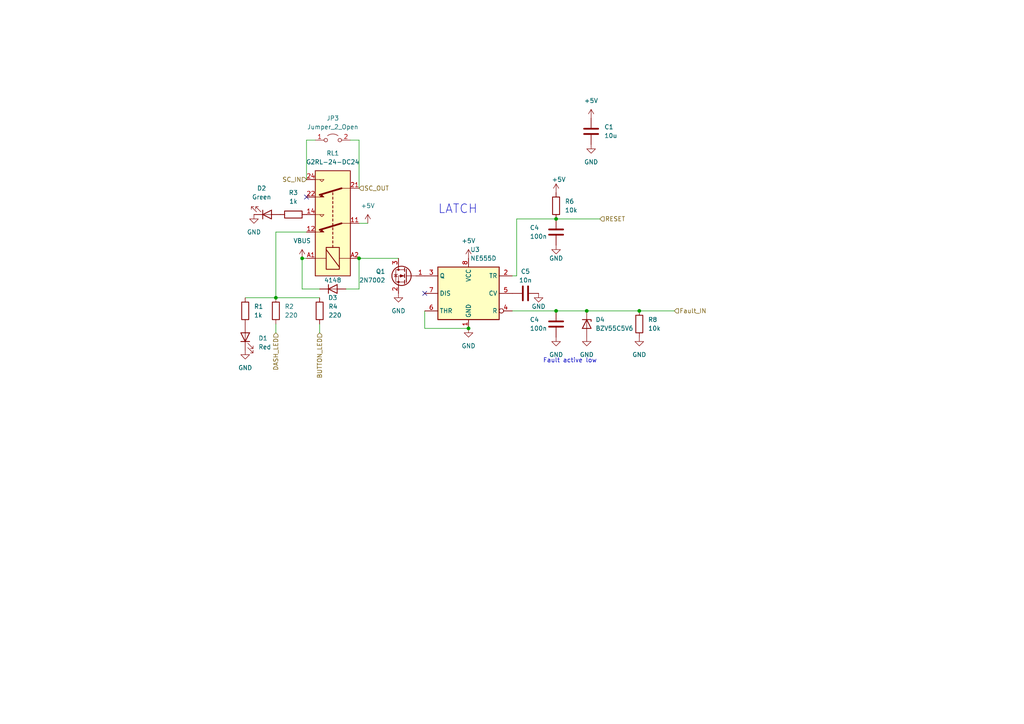
<source format=kicad_sch>
(kicad_sch (version 20231120) (generator "eeschema") (generator_version "8.0")
  (paper "A4")
  (lib_symbols
    (symbol "Device:C" (pin_numbers hide) (pin_names (offset 0.254))
      (property "Reference" "C" (at 0.635 2.54 0))
      (property "Value" "C" (at 0.635 -2.54 0))
      (symbol "C_0_1"
        (polyline (pts (xy -2.032 -0.762) (xy 2.032 -0.762)) (stroke (width 0.508)))
        (polyline (pts (xy -2.032 0.762) (xy 2.032 0.762)) (stroke (width 0.508)))
      )
      (symbol "C_1_1"
        (pin passive line (at 0 3.81 270) (length 2.794) (name "~") (number "1"))
        (pin passive line (at 0 -3.81 90) (length 2.794) (name "~") (number "2"))
      )
    )
    (symbol "Device:D" (pin_numbers hide) (pin_names (offset 1.016) hide)
      (property "Reference" "D" (at 0 2.54 0))
      (property "Value" "D" (at 0 -2.54 0))
      (symbol "D_0_1"
        (polyline (pts (xy -1.27 1.27) (xy -1.27 -1.27)) (stroke (width 0.254)))
        (polyline (pts (xy 1.27 0) (xy -1.27 0)))
        (polyline (pts (xy 1.27 1.27) (xy 1.27 -1.27) (xy -1.27 0) (xy 1.27 1.27)) (stroke (width 0.254)))
      )
      (symbol "D_1_1"
        (pin passive line (at -3.81 0 0) (length 2.54) (name "K") (number "1"))
        (pin passive line (at 3.81 0 180) (length 2.54) (name "A") (number "2"))
      )
    )
    (symbol "Device:LED" (pin_numbers hide) (pin_names (offset 1.016) hide)
      (property "Reference" "D" (at 0 2.54 0))
      (property "Value" "LED" (at 0 -2.54 0))
      (symbol "LED_0_1"
        (polyline (pts (xy -1.27 -1.27) (xy -1.27 1.27)) (stroke (width 0.254)))
        (polyline (pts (xy -1.27 0) (xy 1.27 0)))
        (polyline (pts (xy 1.27 -1.27) (xy 1.27 1.27) (xy -1.27 0) (xy 1.27 -1.27)) (stroke (width 0.254)))
        (polyline (pts (xy -3.048 -0.762) (xy -4.572 -2.286) (xy -3.81 -2.286) (xy -4.572 -2.286) (xy -4.572 -1.524)))
        (polyline (pts (xy -1.778 -0.762) (xy -3.302 -2.286) (xy -2.54 -2.286) (xy -3.302 -2.286) (xy -3.302 -1.524)))
      )
      (symbol "LED_1_1"
        (pin passive line (at -3.81 0 0) (length 2.54) (name "K") (number "1"))
        (pin passive line (at 3.81 0 180) (length 2.54) (name "A") (number "2"))
      )
    )
    (symbol "Device:R" (pin_numbers hide) (pin_names (offset 0))
      (property "Reference" "R" (at 2.032 0 90))
      (property "Value" "R" (at 0 0 90))
      (symbol "R_0_1"
        (rectangle (start -1.016 -2.54) (end 1.016 2.54) (stroke (width 0.254)))
      )
      (symbol "R_1_1"
        (pin passive line (at 0 3.81 270) (length 1.27) (name "~") (number "1"))
        (pin passive line (at 0 -3.81 90) (length 1.27) (name "~") (number "2"))
      )
    )
    (symbol "Diode:BZV55C5V6" (pin_numbers hide) (pin_names hide)
      (property "Reference" "D" (at 0 2.54 0))
      (property "Value" "BZV55C5V6" (at 0 -2.54 0))
      (symbol "BZV55C5V6_0_1"
        (polyline (pts (xy 1.27 0) (xy -1.27 0)))
        (polyline (pts (xy -1.27 -1.27) (xy -1.27 1.27) (xy -0.762 1.27)) (stroke (width 0.254)))
        (polyline (pts (xy 1.27 -1.27) (xy 1.27 1.27) (xy -1.27 0) (xy 1.27 -1.27)) (stroke (width 0.254)))
      )
      (symbol "BZV55C5V6_1_1"
        (pin passive line (at -3.81 0 0) (length 2.54) (name "K") (number "1"))
        (pin passive line (at 3.81 0 180) (length 2.54) (name "A") (number "2"))
      )
    )
    (symbol "Jumper:Jumper_2_Open" (pin_names (offset 0) hide)
      (property "Reference" "JP" (at 0 2.794 0))
      (property "Value" "Jumper_2_Open" (at 0 -2.286 0))
      (symbol "Jumper_2_Open_0_0"
        (circle (center -2.032 0) (radius 0.508))
        (circle (center 2.032 0) (radius 0.508))
      )
      (symbol "Jumper_2_Open_0_1"
        (arc (start 1.524 1.27) (mid 0 1.778) (end -1.524 1.27))
      )
      (symbol "Jumper_2_Open_1_1"
        (pin passive line (at -5.08 0 0) (length 2.54) (name "A") (number "1"))
        (pin passive line (at 5.08 0 180) (length 2.54) (name "B") (number "2"))
      )
    )
    (symbol "Relay:G2RL-2"
      (property "Reference" "K" (at 16.51 3.81 0))
      (property "Value" "G2RL-2" (at 16.51 1.27 0))
      (symbol "G2RL-2_0_1"
        (rectangle (start -15.24 5.08) (end 15.24 -5.08) (stroke (width 0.254)) (fill (type background)))
        (rectangle (start -13.335 1.905) (end -6.985 -1.905) (stroke (width 0.254)))
        (polyline (pts (xy -12.7 -1.905) (xy -7.62 1.905)) (stroke (width 0.254)))
        (polyline (pts (xy -10.16 -5.08) (xy -10.16 -1.905)))
        (polyline (pts (xy -10.16 5.08) (xy -10.16 1.905)))
        (polyline (pts (xy -6.985 0) (xy -6.35 0)) (stroke (width 0.254)))
        (polyline (pts (xy -5.715 0) (xy -5.08 0)) (stroke (width 0.254)))
        (polyline (pts (xy -4.445 0) (xy -3.81 0)) (stroke (width 0.254)))
        (polyline (pts (xy -3.175 0) (xy -2.54 0)) (stroke (width 0.254)))
        (polyline (pts (xy -1.905 0) (xy -1.27 0)) (stroke (width 0.254)))
        (polyline (pts (xy -0.635 0) (xy 0 0)) (stroke (width 0.254)))
        (polyline (pts (xy 0 -2.54) (xy -1.905 3.81)) (stroke (width 0.508)))
        (polyline (pts (xy 0 -2.54) (xy 0 -5.08)))
        (polyline (pts (xy 0.635 0) (xy 1.27 0)) (stroke (width 0.254)))
        (polyline (pts (xy 1.905 0) (xy 2.54 0)) (stroke (width 0.254)))
        (polyline (pts (xy 3.175 0) (xy 3.81 0)) (stroke (width 0.254)))
        (polyline (pts (xy 4.445 0) (xy 5.08 0)) (stroke (width 0.254)))
        (polyline (pts (xy 5.715 0) (xy 6.35 0)) (stroke (width 0.254)))
        (polyline (pts (xy 6.985 0) (xy 7.62 0)) (stroke (width 0.254)))
        (polyline (pts (xy 8.255 0) (xy 8.89 0)) (stroke (width 0.254)))
        (polyline (pts (xy 10.16 -2.54) (xy 8.255 3.81)) (stroke (width 0.508)))
        (polyline (pts (xy 10.16 -2.54) (xy 10.16 -5.08)))
        (polyline (pts (xy -2.54 5.08) (xy -2.54 2.54) (xy -1.905 3.175) (xy -2.54 3.81)) (fill (type outline)))
        (polyline (pts (xy 2.54 5.08) (xy 2.54 2.54) (xy 1.905 3.175) (xy 2.54 3.81)))
        (polyline (pts (xy 7.62 5.08) (xy 7.62 2.54) (xy 8.255 3.175) (xy 7.62 3.81)) (fill (type outline)))
        (polyline (pts (xy 12.7 5.08) (xy 12.7 2.54) (xy 12.065 3.175) (xy 12.7 3.81)))
      )
      (symbol "G2RL-2_1_1"
        (pin passive line (at 0 -7.62 90) (length 2.54) (name "~") (number "11"))
        (pin passive line (at -2.54 7.62 270) (length 2.54) (name "~") (number "12"))
        (pin passive line (at 2.54 7.62 270) (length 2.54) (name "~") (number "14"))
        (pin passive line (at 10.16 -7.62 90) (length 2.54) (name "~") (number "21"))
        (pin passive line (at 7.62 7.62 270) (length 2.54) (name "~") (number "22"))
        (pin passive line (at 12.7 7.62 270) (length 2.54) (name "~") (number "24"))
        (pin passive line (at -10.16 7.62 270) (length 2.54) (name "~") (number "A1"))
        (pin passive line (at -10.16 -7.62 90) (length 2.54) (name "~") (number "A2"))
      )
    )
    (symbol "Timer:NE555D"
      (property "Reference" "U" (at -10.16 8.89 0))
      (property "Value" "NE555D" (at 2.54 8.89 0))
      (symbol "NE555D_0_0"
        (pin power_in line (at 0 -10.16 90) (length 2.54) (name "GND") (number "1"))
        (pin power_in line (at 0 10.16 270) (length 2.54) (name "VCC") (number "8"))
      )
      (symbol "NE555D_0_1"
        (rectangle (start -8.89 -7.62) (end 8.89 7.62) (stroke (width 0.254)) (fill (type background)))
        (rectangle (start -8.89 -7.62) (end 8.89 7.62) (stroke (width 0.254)) (fill (type background)))
      )
      (symbol "NE555D_1_1"
        (pin input line (at -12.7 5.08 0) (length 3.81) (name "TR") (number "2"))
        (pin output line (at 12.7 5.08 180) (length 3.81) (name "Q") (number "3"))
        (pin input inverted (at -12.7 -5.08 0) (length 3.81) (name "R") (number "4"))
        (pin input line (at -12.7 0 0) (length 3.81) (name "CV") (number "5"))
        (pin input line (at 12.7 -5.08 180) (length 3.81) (name "THR") (number "6"))
        (pin input line (at 12.7 0 180) (length 3.81) (name "DIS") (number "7"))
      )
    )
    (symbol "Transistor_FET:2N7002" (pin_names hide)
      (property "Reference" "Q" (at 5.08 1.905 0))
      (property "Value" "2N7002" (at 5.08 0 0))
      (symbol "2N7002_0_1"
        (polyline (pts (xy 0.254 0) (xy -2.54 0)))
        (polyline (pts (xy 0.254 1.905) (xy 0.254 -1.905)) (stroke (width 0.254)))
        (polyline (pts (xy 0.762 -1.27) (xy 0.762 -2.286)) (stroke (width 0.254)))
        (polyline (pts (xy 0.762 0.508) (xy 0.762 -0.508)) (stroke (width 0.254)))
        (polyline (pts (xy 0.762 2.286) (xy 0.762 1.27)) (stroke (width 0.254)))
        (polyline (pts (xy 2.54 2.54) (xy 2.54 1.778)))
        (polyline (pts (xy 2.54 -2.54) (xy 2.54 0) (xy 0.762 0)))
        (polyline (pts (xy 0.762 -1.778) (xy 3.302 -1.778) (xy 3.302 1.778) (xy 0.762 1.778)))
        (polyline (pts (xy 1.016 0) (xy 2.032 0.381) (xy 2.032 -0.381) (xy 1.016 0)) (fill (type outline)))
        (polyline (pts (xy 2.794 0.508) (xy 2.921 0.381) (xy 3.683 0.381) (xy 3.81 0.254)))
        (polyline (pts (xy 3.302 0.381) (xy 2.921 -0.254) (xy 3.683 -0.254) (xy 3.302 0.381)))
        (circle (center 1.651 0) (radius 2.794) (stroke (width 0.254)))
        (circle (center 2.54 -1.778) (radius 0.254) (fill (type outline)))
        (circle (center 2.54 1.778) (radius 0.254) (fill (type outline)))
      )
      (symbol "2N7002_1_1"
        (pin input line (at -5.08 0 0) (length 2.54) (name "G") (number "1"))
        (pin passive line (at 2.54 -5.08 90) (length 2.54) (name "S") (number "2"))
        (pin passive line (at 2.54 5.08 270) (length 2.54) (name "D") (number "3"))
      )
    )
    (symbol "power:+5V" (power) (pin_names (offset 0))
      (property "Value" "+5V" (at 0 3.556 0))
      (symbol "+5V_0_1"
        (polyline (pts (xy -0.762 1.27) (xy 0 2.54)))
        (polyline (pts (xy 0 0) (xy 0 2.54)))
        (polyline (pts (xy 0 2.54) (xy 0.762 1.27)))
      )
      (symbol "+5V_1_1"
        (pin power_in line (at 0 0 90) (length 0) hide (name "+5V") (number "1"))
      )
    )
    (symbol "power:GND" (power) (pin_names (offset 0))
      (property "Value" "GND" (at 0 -3.81 0))
      (symbol "GND_0_1"
        (polyline (pts (xy 0 0) (xy 0 -1.27) (xy 1.27 -1.27) (xy 0 -2.54) (xy -1.27 -1.27) (xy 0 -1.27)))
      )
      (symbol "GND_1_1"
        (pin power_in line (at 0 0 270) (length 0) hide (name "GND") (number "1"))
      )
    )
    (symbol "power:VBUS" (power) (pin_names (offset 0))
      (property "Value" "VBUS" (at 0 3.81 0))
      (symbol "VBUS_0_1"
        (polyline (pts (xy -0.762 1.27) (xy 0 2.54)))
        (polyline (pts (xy 0 0) (xy 0 2.54)))
        (polyline (pts (xy 0 2.54) (xy 0.762 1.27)))
      )
      (symbol "VBUS_1_1"
        (pin power_in line (at 0 0 90) (length 0) hide (name "VBUS") (number "1"))
      )
    )
  )
  (junction (at 161.29 90.17))
  (junction (at 80.01 86.36))
  (junction (at 135.89 95.25))
  (junction (at 161.29 63.5))
  (junction (at 185.42 90.17))
  (junction (at 170.18 90.17))
  (junction (at 87.63 74.93))
  (junction (at 104.14 74.93))
  (no_connect (at 123.19 85.09))
  (no_connect (at 88.9 57.15))
  (wire (pts (xy 149.86 80.01) (xy 149.86 63.5)))
  (wire (pts (xy 106.68 64.77) (xy 104.14 64.77)))
  (wire (pts (xy 104.14 54.61) (xy 104.14 40.64)))
  (wire (pts (xy 80.01 67.31) (xy 88.9 67.31)))
  (wire (pts (xy 100.33 83.82) (xy 104.14 83.82)))
  (wire (pts (xy 123.19 90.17) (xy 123.19 95.25)))
  (wire (pts (xy 80.01 86.36) (xy 92.71 86.36)))
  (wire (pts (xy 104.14 40.64) (xy 101.6 40.64)))
  (wire (pts (xy 80.01 67.31) (xy 80.01 86.36)))
  (wire (pts (xy 104.14 74.93) (xy 115.57 74.93)))
  (wire (pts (xy 149.86 63.5) (xy 161.29 63.5)))
  (wire (pts (xy 123.19 95.25) (xy 135.89 95.25)))
  (wire (pts (xy 104.14 83.82) (xy 104.14 74.93)))
  (wire (pts (xy 80.01 93.98) (xy 80.01 96.52)))
  (wire (pts (xy 88.9 40.64) (xy 88.9 52.07)))
  (wire (pts (xy 87.63 83.82) (xy 87.63 74.93)))
  (wire (pts (xy 91.44 40.64) (xy 88.9 40.64)))
  (wire (pts (xy 185.42 90.17) (xy 195.58 90.17)))
  (wire (pts (xy 149.86 80.01) (xy 148.59 80.01)))
  (wire (pts (xy 92.71 83.82) (xy 87.63 83.82)))
  (wire (pts (xy 71.12 86.36) (xy 80.01 86.36)))
  (wire (pts (xy 87.63 74.93) (xy 88.9 74.93)))
  (wire (pts (xy 161.29 90.17) (xy 170.18 90.17)))
  (wire (pts (xy 92.71 93.98) (xy 92.71 96.52)))
  (wire (pts (xy 148.59 90.17) (xy 161.29 90.17)))
  (wire (pts (xy 161.29 63.5) (xy 173.99 63.5)))
  (wire (pts (xy 170.18 90.17) (xy 185.42 90.17)))
  (text "Fault active low\n" (at 157.48 105.41 0) (effects (font (size 1.27 1.27)) (justify left bottom)))
  (text "LATCH" (at 127 62.23 0) (effects (font (size 2.54 2.54)) (justify left bottom)))
  (hierarchical_label "RESET" (shape input) (at 173.99 63.5 0))
  (hierarchical_label "Fault_IN" (shape input) (at 195.58 90.17 0))
  (hierarchical_label "SC_IN" (shape input) (at 88.9 52.07 180))
  (hierarchical_label "SC_OUT" (shape input) (at 104.14 54.61 0))
  (hierarchical_label "BUTTON_LED" (shape input) (at 92.71 96.52 270))
  (hierarchical_label "DASH_LED" (shape input) (at 80.01 96.52 270))
  (symbol (lib_id "Transistor_FET:2N7002") (at 118.11 80.01 0) (mirror y) (unit 1)
    (property "Reference" "Q1" (at 111.76 78.7399 0) (effects (justify left)))
    (property "Value" "2N7002" (at 111.76 81.2799 0) (effects (justify left)))
    (property "Footprint" "Package_TO_SOT_SMD:SOT-23" (effects (hide yes)))
    (property "Datasheet" "https://www.onsemi.com/pub/Collateral/NDS7002A-D.PDF" (effects (hide yes)))
    (instances (project "SC_Latch_V0_20230703" (path "" (reference "Q1") (unit 1))) (project "SC_Board" (path "" (reference "Q1") (unit 1)) (path "" (reference "Q2") (unit 1)) (path "" (reference "Q3") (unit 1))))
  )
  (symbol (lib_id "power:GND") (at 170.18 97.79 0) (unit 1)
    (property "Reference" "#PWR01" (effects (hide yes)))
    (property "Value" "GND" (at 170.18 102.87 0))
    (instances (project "SC_Latch_V0_20230703" (path "" (reference "#PWR01") (unit 1))) (project "SC_Board" (path "" (reference "#PWR018") (unit 1)) (path "" (reference "#PWR027") (unit 1)) (path "" (reference "#PWR042") (unit 1))))
  )
  (symbol (lib_id "Device:D") (at 96.52 83.82 0) (unit 1)
    (property "Reference" "D3" (at 96.52 86.36 0))
    (property "Value" "4148" (at 96.52 81.28 0))
    (property "Footprint" "Diode_SMD:D_SOD-123" (effects (hide yes)))
    (property "Sim.Device" "D" (effects (hide yes)))
    (property "Sim.Pins" "1=K 2=A" (effects (hide yes)))
    (instances (project "SC_Latch_V0_20230703" (path "" (reference "D3") (unit 1))) (project "SC_Board" (path "" (reference "D3") (unit 1)) (path "" (reference "D7") (unit 1)) (path "" (reference "D11") (unit 1))))
  )
  (symbol (lib_id "power:GND") (at 71.12 101.6 0) (unit 1)
    (property "Reference" "#PWR0121" (effects (hide yes)))
    (property "Value" "GND" (at 71.12 106.68 0))
    (instances (project "SC_Latch_V0_20230703" (path "" (reference "#PWR0121") (unit 1))) (project "SC_Board" (path "" (reference "#PWR01") (unit 1)) (path "" (reference "#PWR03") (unit 1)) (path "" (reference "#PWR031") (unit 1))))
  )
  (symbol (lib_id "Device:C") (at 152.4 85.09 90) (unit 1)
    (property "Reference" "C5" (at 152.4 78.74 90))
    (property "Value" "10n" (at 152.4 81.28 90))
    (property "Footprint" "Capacitor_SMD:C_0805_2012Metric" (effects (hide yes)))
    (instances (project "SC_Latch_V0_20230703" (path "" (reference "C5") (unit 1))) (project "SC_Board" (path "" (reference "C2") (unit 1)) (path "" (reference "C1") (unit 1)) (path "" (reference "C7") (unit 1))))
  )
  (symbol (lib_id "power:+5V") (at 171.45 34.29 0) (unit 1)
    (property "Reference" "#PWR0117" (effects (hide yes)))
    (property "Value" "+5V" (at 171.45 29.21 0))
    (instances (project "SC_Latch_V0_20230703" (path "" (reference "#PWR0117") (unit 1))) (project "SC_Board" (path "" (reference "#PWR019") (unit 1)) (path "" (reference "#PWR028") (unit 1)) (path "" (reference "#PWR043") (unit 1))))
  )
  (symbol (lib_id "Device:R") (at 185.42 93.98 0) (unit 1)
    (property "Reference" "R8" (at 187.96 92.71 0) (effects (justify left)))
    (property "Value" "10k" (at 187.96 95.25 0) (effects (justify left)))
    (property "Footprint" "Resistor_SMD:R_0805_2012Metric" (effects (hide yes)))
    (instances (project "SC_Board" (path "" (reference "R8") (unit 1)) (path "" (reference "R16") (unit 1)) (path "" (reference "R24") (unit 1))))
  )
  (symbol (lib_id "Device:R") (at 71.12 90.17 0) (unit 1)
    (property "Reference" "R1" (at 73.66 88.8999 0) (effects (justify left)))
    (property "Value" "1k" (at 73.66 91.4399 0) (effects (justify left)))
    (property "Footprint" "Resistor_SMD:R_0805_2012Metric" (effects (hide yes)))
    (instances (project "SC_Latch_V0_20230703" (path "" (reference "R1") (unit 1))) (project "SC_Board" (path "" (reference "R1") (unit 1)) (path "" (reference "R9") (unit 1)) (path "" (reference "R17") (unit 1))))
  )
  (symbol (lib_id "Device:C") (at 161.29 93.98 0) (unit 1)
    (property "Reference" "C4" (at 153.67 92.71 0) (effects (justify left)))
    (property "Value" "100n" (at 153.67 95.25 0) (effects (justify left)))
    (property "Footprint" "Capacitor_SMD:C_0805_2012Metric" (effects (hide yes)))
    (instances (project "SC_Latch_V0_20230703" (path "" (reference "C4") (unit 1))) (project "SC_Board" (path "" (reference "C19") (unit 1)) (path "" (reference "C20") (unit 1)) (path "" (reference "C21") (unit 1))))
  )
  (symbol (lib_id "power:+5V") (at 135.89 74.93 0) (unit 1)
    (property "Reference" "#PWR0105" (effects (hide yes)))
    (property "Value" "+5V" (at 135.89 69.85 0))
    (instances (project "SC_Latch_V0_20230703" (path "" (reference "#PWR0105") (unit 1))) (project "SC_Board" (path "" (reference "#PWR09") (unit 1)) (path "" (reference "#PWR021") (unit 1)) (path "" (reference "#PWR036") (unit 1))))
  )
  (symbol (lib_id "power:GND") (at 156.21 85.09 0) (unit 1)
    (property "Reference" "#PWR0114" (effects (hide yes)))
    (property "Value" "GND" (at 156.21 88.9 0))
    (instances (project "SC_Latch_V0_20230703" (path "" (reference "#PWR0114") (unit 1))) (project "SC_Board" (path "" (reference "#PWR013") (unit 1)) (path "" (reference "#PWR023") (unit 1)) (path "" (reference "#PWR038") (unit 1))))
  )
  (symbol (lib_id "Device:R") (at 80.01 90.17 0) (unit 1)
    (property "Reference" "R2" (at 82.55 88.8999 0) (effects (justify left)))
    (property "Value" "220" (at 82.55 91.4399 0) (effects (justify left)))
    (property "Footprint" "Resistor_SMD:R_0805_2012Metric" (effects (hide yes)))
    (instances (project "SC_Latch_V0_20230703" (path "" (reference "R2") (unit 1))) (project "SC_Board" (path "" (reference "R2") (unit 1)) (path "" (reference "R10") (unit 1)) (path "" (reference "R18") (unit 1))))
  )
  (symbol (lib_id "Diode:BZV55C5V6") (at 170.18 93.98 270) (unit 1)
    (property "Reference" "D4" (at 172.72 92.71 90) (effects (justify left)))
    (property "Value" "BZV55C5V6" (at 172.72 95.25 90) (effects (justify left)))
    (property "Footprint" "Diode_SMD:D_SOD-123" (effects (hide yes)))
    (property "Datasheet" "https://assets.nexperia.com/documents/data-sheet/BZV55_SER.pdf" (effects (hide yes)))
    (instances (project "SC_Latch_V0_20230703" (path "" (reference "D4") (unit 1))) (project "SC_Board" (path "" (reference "D4") (unit 1)) (path "" (reference "D8") (unit 1)) (path "" (reference "D12") (unit 1))))
  )
  (symbol (lib_id "power:GND") (at 161.29 71.12 0) (unit 1)
    (property "Reference" "#PWR0116" (effects (hide yes)))
    (property "Value" "GND" (at 161.29 74.93 0))
    (instances (project "SC_Latch_V0_20230703" (path "" (reference "#PWR0116") (unit 1))) (project "SC_Board" (path "" (reference "#PWR016") (unit 1)) (path "" (reference "#PWR025") (unit 1)) (path "" (reference "#PWR040") (unit 1))))
  )
  (symbol (lib_id "power:GND") (at 73.66 62.23 0) (unit 1)
    (property "Reference" "#PWR0109" (effects (hide yes)))
    (property "Value" "GND" (at 73.66 67.31 0))
    (instances (project "SC_Latch_V0_20230703" (path "" (reference "#PWR0109") (unit 1))) (project "SC_Board" (path "" (reference "#PWR04") (unit 1)) (path "" (reference "#PWR05") (unit 1)) (path "" (reference "#PWR032") (unit 1))))
  )
  (symbol (lib_id "power:VBUS") (at 87.63 74.93 0) (unit 1)
    (property "Reference" "#PWR06" (effects (hide yes)))
    (property "Value" "VBUS" (at 87.63 69.85 0))
    (instances (project "SC_Board" (path "" (reference "#PWR06") (unit 1)) (path "" (reference "#PWR011") (unit 1)) (path "" (reference "#PWR033") (unit 1))) (project "BMS_MASTER_STM32F105RC" (path "" (reference "#PWR02") (unit 1)) (path "" (reference "#PWR019") (unit 1))))
  )
  (symbol (lib_id "Device:C") (at 161.29 67.31 0) (unit 1)
    (property "Reference" "C4" (at 153.67 66.04 0) (effects (justify left)))
    (property "Value" "100n" (at 153.67 68.58 0) (effects (justify left)))
    (property "Footprint" "Capacitor_SMD:C_0805_2012Metric" (effects (hide yes)))
    (instances (project "SC_Latch_V0_20230703" (path "" (reference "C4") (unit 1))) (project "SC_Board" (path "" (reference "C4") (unit 1)) (path "" (reference "C3") (unit 1)) (path "" (reference "C8") (unit 1))))
  )
  (symbol (lib_id "power:GND") (at 135.89 95.25 0) (unit 1)
    (property "Reference" "#PWR0113" (effects (hide yes)))
    (property "Value" "GND" (at 135.89 100.33 0))
    (instances (project "SC_Latch_V0_20230703" (path "" (reference "#PWR0113") (unit 1))) (project "SC_Board" (path "" (reference "#PWR010") (unit 1)) (path "" (reference "#PWR022") (unit 1)) (path "" (reference "#PWR037") (unit 1))))
  )
  (symbol (lib_id "power:+5V") (at 106.68 64.77 0) (unit 1)
    (property "Reference" "#PWR0111" (effects (hide yes)))
    (property "Value" "+5V" (at 106.68 59.69 0))
    (instances (project "SC_Latch_V0_20230703" (path "" (reference "#PWR0111") (unit 1))) (project "SC_Board" (path "" (reference "#PWR07") (unit 1)) (path "" (reference "#PWR012") (unit 1)) (path "" (reference "#PWR034") (unit 1))))
  )
  (symbol (lib_id "Device:R") (at 92.71 90.17 0) (unit 1)
    (property "Reference" "R4" (at 95.25 88.8999 0) (effects (justify left)))
    (property "Value" "220" (at 95.25 91.4399 0) (effects (justify left)))
    (property "Footprint" "Resistor_SMD:R_0805_2012Metric" (effects (hide yes)))
    (instances (project "SC_Latch_V0_20230703" (path "" (reference "R4") (unit 1))) (project "SC_Board" (path "" (reference "R4") (unit 1)) (path "" (reference "R12") (unit 1)) (path "" (reference "R20") (unit 1))))
  )
  (symbol (lib_id "Timer:NE555D") (at 135.89 85.09 0) (mirror y) (unit 1)
    (property "Reference" "U3" (at 136.4106 72.39 0) (effects (justify right)))
    (property "Value" "NE555D" (at 136.4106 74.93 0) (effects (justify right)))
    (property "Footprint" "Package_SO:SOIC-8_3.9x4.9mm_P1.27mm" (effects (hide yes)))
    (property "Datasheet" "http://www.ti.com/lit/ds/symlink/ne555.pdf" (effects (hide yes)))
    (instances (project "SC_Latch_V0_20230703" (path "" (reference "U3") (unit 1))) (project "SC_Board" (path "" (reference "U1") (unit 1)) (path "" (reference "U2") (unit 1)) (path "" (reference "U3") (unit 1))))
  )
  (symbol (lib_id "power:GND") (at 171.45 41.91 0) (unit 1)
    (property "Reference" "#PWR0119" (effects (hide yes)))
    (property "Value" "GND" (at 171.45 46.99 0))
    (instances (project "SC_Latch_V0_20230703" (path "" (reference "#PWR0119") (unit 1))) (project "SC_Board" (path "" (reference "#PWR020") (unit 1)) (path "" (reference "#PWR029") (unit 1)) (path "" (reference "#PWR044") (unit 1))))
  )
  (symbol (lib_id "Relay:G2RL-2") (at 96.52 64.77 90) (unit 1)
    (property "Reference" "RL1" (at 96.52 44.45 90))
    (property "Value" "G2RL-24-DC24" (at 96.52 46.99 90))
    (property "Footprint" "Relay_THT:Relay_DPDT_Omron_G2RL-2" (effects (hide yes)))
    (property "Datasheet" "https://omronfs.omron.com/en_US/ecb/products/pdf/en-g2rl.pdf" (effects (hide yes)))
    (instances (project "SC_Latch_V0_20230703" (path "" (reference "RL1") (unit 1))) (project "SC_Board" (path "" (reference "RL1") (unit 1)) (path "" (reference "RL2") (unit 1)) (path "" (reference "RL3") (unit 1))))
  )
  (symbol (lib_id "power:GND") (at 161.29 97.79 0) (unit 1)
    (property "Reference" "#PWR0116" (effects (hide yes)))
    (property "Value" "GND" (at 161.29 102.87 0))
    (instances (project "SC_Latch_V0_20230703" (path "" (reference "#PWR0116") (unit 1))) (project "SC_Board" (path "" (reference "#PWR017") (unit 1)) (path "" (reference "#PWR026") (unit 1)) (path "" (reference "#PWR041") (unit 1))))
  )
  (symbol (lib_id "Device:LED") (at 71.12 97.79 90) (unit 1)
    (property "Reference" "D1" (at 74.93 98.1074 90) (effects (justify right)))
    (property "Value" "Red" (at 74.93 100.6474 90) (effects (justify right)))
    (property "Footprint" "LED_SMD:LED_0805_2012Metric" (effects (hide yes)))
    (instances (project "SC_Latch_V0_20230703" (path "" (reference "D1") (unit 1))) (project "SC_Board" (path "" (reference "D1") (unit 1)) (path "" (reference "D5") (unit 1)) (path "" (reference "D9") (unit 1))))
  )
  (symbol (lib_id "power:+5V") (at 161.29 55.88 0) (unit 1)
    (property "Reference" "#PWR0112" (effects (hide yes)))
    (property "Value" "+5V" (at 160.02 52.07 0) (effects (justify left)))
    (instances (project "SC_Latch_V0_20230703" (path "" (reference "#PWR0112") (unit 1))) (project "SC_Board" (path "" (reference "#PWR015") (unit 1)) (path "" (reference "#PWR024") (unit 1)) (path "" (reference "#PWR039") (unit 1))))
  )
  (symbol (lib_id "Device:R") (at 161.29 59.69 0) (unit 1)
    (property "Reference" "R6" (at 163.83 58.4199 0) (effects (justify left)))
    (property "Value" "10k" (at 163.83 60.9599 0) (effects (justify left)))
    (property "Footprint" "Resistor_SMD:R_0805_2012Metric" (effects (hide yes)))
    (instances (project "SC_Latch_V0_20230703" (path "" (reference "R6") (unit 1))) (project "SC_Board" (path "" (reference "R5") (unit 1)) (path "" (reference "R13") (unit 1)) (path "" (reference "R21") (unit 1))))
  )
  (symbol (lib_id "Device:C") (at 171.45 38.1 0) (unit 1)
    (property "Reference" "C1" (at 175.26 36.8299 0) (effects (justify left)))
    (property "Value" "10u" (at 175.26 39.3699 0) (effects (justify left)))
    (property "Footprint" "Capacitor_SMD:C_0805_2012Metric" (effects (hide yes)))
    (instances (project "SC_Latch_V0_20230703" (path "" (reference "C1") (unit 1))) (project "SC_Board" (path "" (reference "C5") (unit 1)) (path "" (reference "C6") (unit 1)) (path "" (reference "C9") (unit 1))))
  )
  (symbol (lib_id "Jumper:Jumper_2_Open") (at 96.52 40.64 0) (unit 1)
    (property "Reference" "JP3" (at 96.52 34.29 0))
    (property "Value" "Jumper_2_Open" (at 96.52 36.83 0))
    (property "Footprint" "PCM_Jumper_AKL:Jumper_P2.54mm_D1.2mm" (effects (hide yes)))
    (instances (project "SC_Board" (path "" (reference "JP3") (unit 1)) (path "" (reference "JP2") (unit 1)) (path "" (reference "JP4") (unit 1))))
  )
  (symbol (lib_id "Device:LED") (at 77.47 62.23 0) (mirror x) (unit 1)
    (property "Reference" "D2" (at 75.8825 54.61 0))
    (property "Value" "Green" (at 75.8825 57.15 0))
    (property "Footprint" "LED_SMD:LED_0805_2012Metric" (effects (hide yes)))
    (instances (project "SC_Latch_V0_20230703" (path "" (reference "D2") (unit 1))) (project "SC_Board" (path "" (reference "D2") (unit 1)) (path "" (reference "D6") (unit 1)) (path "" (reference "D10") (unit 1))))
  )
  (symbol (lib_id "power:GND") (at 185.42 97.79 0) (unit 1)
    (property "Reference" "#PWR01" (effects (hide yes)))
    (property "Value" "GND" (at 185.42 102.87 0))
    (instances (project "SC_Latch_V0_20230703" (path "" (reference "#PWR01") (unit 1))) (project "SC_Board" (path "" (reference "#PWR02") (unit 1)) (path "" (reference "#PWR030") (unit 1)) (path "" (reference "#PWR045") (unit 1))))
  )
  (symbol (lib_id "Device:R") (at 85.09 62.23 90) (unit 1)
    (property "Reference" "R3" (at 85.09 55.88 90))
    (property "Value" "1k" (at 85.09 58.42 90))
    (property "Footprint" "Resistor_SMD:R_0805_2012Metric" (effects (hide yes)))
    (instances (project "SC_Latch_V0_20230703" (path "" (reference "R3") (unit 1))) (project "SC_Board" (path "" (reference "R3") (unit 1)) (path "" (reference "R11") (unit 1)) (path "" (reference "R19") (unit 1))))
  )
  (symbol (lib_id "power:GND") (at 115.57 85.09 0) (unit 1)
    (property "Reference" "#PWR0101" (effects (hide yes)))
    (property "Value" "GND" (at 115.57 90.17 0))
    (instances (project "SC_Latch_V0_20230703" (path "" (reference "#PWR0101") (unit 1))) (project "SC_Board" (path "" (reference "#PWR08") (unit 1)) (path "" (reference "#PWR014") (unit 1)) (path "" (reference "#PWR035") (unit 1))))
  )
)
</source>
